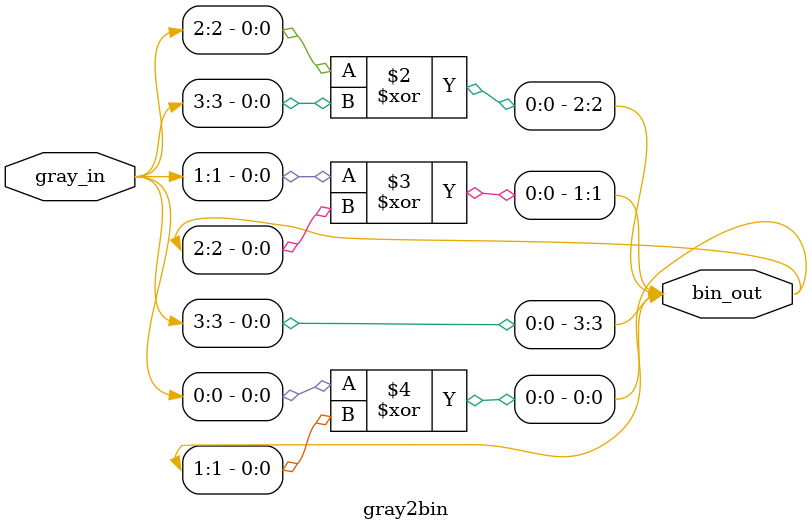
<source format=v>
module gray2bin
(
gray_in,
bin_out
);

parameter data_width = 4;

input      [data_width-1:0] gray_in;
output reg [data_width-1:0] bin_out;

always @(gray_in) begin
  bin_out[3] = gray_in[3];
  bin_out[2] = gray_in[2]^bin_out[3];
  bin_out[1] = gray_in[1]^bin_out[2];
  bin_out[0] = gray_in[0]^bin_out[1];
end

endmodule
</source>
